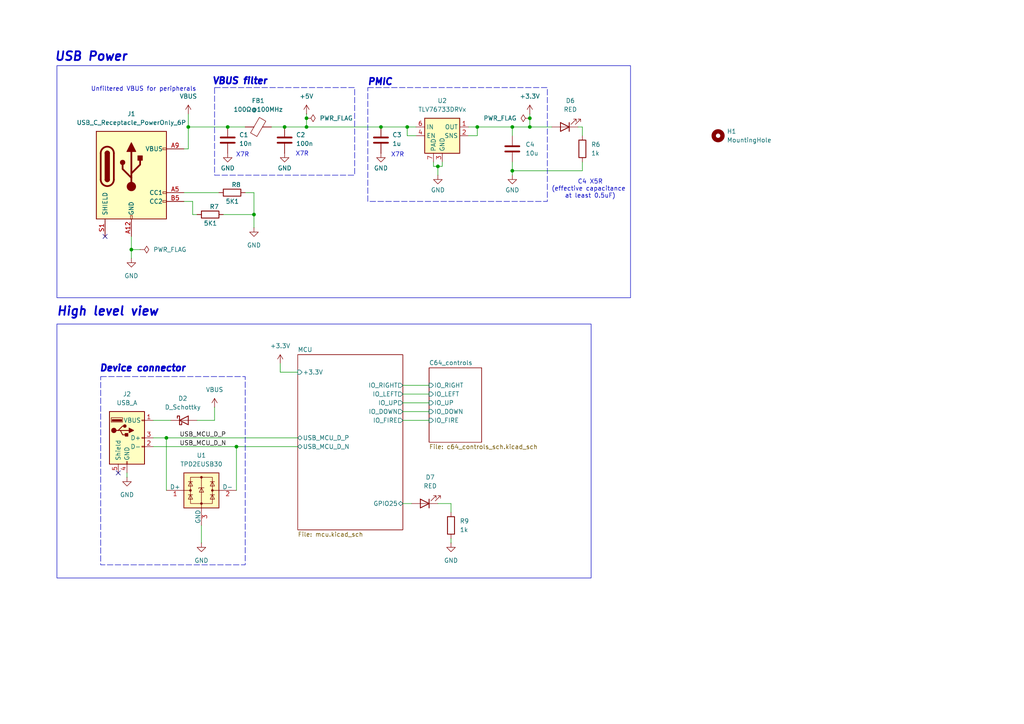
<source format=kicad_sch>
(kicad_sch (version 20231120) (generator "eeschema") (generator_version "8.0")
  (paper "A4")
  (title_block (title "USB-64"))
  (lib_symbols
    (symbol "Connector:USB_A" (pin_names (offset 1.016))
      (property "Reference" "J" (at -5.08 11.43 0))
      (property "Value" "USB_A" (at -5.08 8.89 0))
      (symbol "USB_A_0_1"
        (rectangle (start -5.08 -7.62) (end 5.08 7.62) (stroke (width 0.254)) (fill (type background)))
        (circle (center -3.81 2.159) (radius 0.635) (stroke (width 0.254)) (fill (type outline)))
        (rectangle (start -1.524 4.826) (end -4.318 5.334) (fill (type outline)))
        (rectangle (start -1.27 4.572) (end -4.572 5.842))
        (circle (center -0.635 3.429) (radius 0.381) (stroke (width 0.254)) (fill (type outline)))
        (rectangle (start -0.127 -7.62) (end 0.127 -6.858))
        (polyline (pts (xy -3.175 2.159) (xy -2.54 2.159) (xy -1.27 3.429) (xy -0.635 3.429)) (stroke (width 0.254)))
        (polyline (pts (xy -2.54 2.159) (xy -1.905 2.159) (xy -1.27 0.889) (xy 0 0.889)) (stroke (width 0.254)))
        (polyline (pts (xy 0.635 2.794) (xy 0.635 1.524) (xy 1.905 2.159) (xy 0.635 2.794)) (stroke (width 0.254)) (fill (type outline)))
        (rectangle (start 0.254 1.27) (end -0.508 0.508) (stroke (width 0.254)) (fill (type outline)))
        (rectangle (start 5.08 -2.667) (end 4.318 -2.413))
        (rectangle (start 5.08 -0.127) (end 4.318 0.127))
        (rectangle (start 5.08 4.953) (end 4.318 5.207))
      )
      (symbol "USB_A_1_1"
        (polyline (pts (xy -1.905 2.159) (xy 0.635 2.159)) (stroke (width 0.254)))
        (pin power_in line (at 7.62 5.08 180) (length 2.54) (name "VBUS") (number "1"))
        (pin bidirectional line (at 7.62 -2.54 180) (length 2.54) (name "D-") (number "2"))
        (pin bidirectional line (at 7.62 0 180) (length 2.54) (name "D+") (number "3"))
        (pin power_in line (at 0 -10.16 90) (length 2.54) (name "GND") (number "4"))
        (pin passive line (at -2.54 -10.16 90) (length 2.54) (name "Shield") (number "5"))
      )
    )
    (symbol "Connector:USB_C_Receptacle_PowerOnly_6P" (pin_names (offset 1.016))
      (property "Reference" "J" (at 0 16.51 0))
      (property "Value" "USB_C_Receptacle_PowerOnly_6P" (at 0 13.97 0))
      (symbol "USB_C_Receptacle_PowerOnly_6P_0_0"
        (rectangle (start -0.254 -12.7) (end 0.254 -11.684))
        (rectangle (start 10.16 -7.366) (end 9.144 -7.874))
        (rectangle (start 10.16 -4.826) (end 9.144 -5.334))
        (rectangle (start 10.16 7.874) (end 9.144 7.366))
      )
      (symbol "USB_C_Receptacle_PowerOnly_6P_0_1"
        (rectangle (start -10.16 12.7) (end 10.16 -12.7) (stroke (width 0.254)) (fill (type background)))
        (arc (start -8.89 -1.27) (mid -6.985 -3.1667) (end -5.08 -1.27) (stroke (width 0.508)))
        (arc (start -7.62 -1.27) (mid -6.985 -1.9023) (end -6.35 -1.27) (stroke (width 0.254)))
        (arc (start -7.62 -1.27) (mid -6.985 -1.9023) (end -6.35 -1.27) (stroke (width 0.254)) (fill (type outline)))
        (rectangle (start -7.62 -1.27) (end -6.35 6.35) (stroke (width 0.254)) (fill (type outline)))
        (arc (start -6.35 6.35) (mid -6.985 6.9823) (end -7.62 6.35) (stroke (width 0.254)))
        (arc (start -6.35 6.35) (mid -6.985 6.9823) (end -7.62 6.35) (stroke (width 0.254)) (fill (type outline)))
        (arc (start -5.08 6.35) (mid -6.985 8.2467) (end -8.89 6.35) (stroke (width 0.508)))
        (circle (center -2.54 3.683) (radius 0.635) (stroke (width 0.254)) (fill (type outline)))
        (circle (center 0 -3.302) (radius 1.27) (fill (type outline)))
        (polyline (pts (xy -8.89 -1.27) (xy -8.89 6.35)) (stroke (width 0.508)))
        (polyline (pts (xy -5.08 6.35) (xy -5.08 -1.27)) (stroke (width 0.508)))
        (polyline (pts (xy 0 -3.302) (xy 0 6.858)) (stroke (width 0.508)))
        (polyline (pts (xy 0 -0.762) (xy -2.54 1.778) (xy -2.54 3.048)) (stroke (width 0.508)))
        (polyline (pts (xy 0 0.508) (xy 2.54 3.048) (xy 2.54 4.318)) (stroke (width 0.508)))
        (polyline (pts (xy -1.27 6.858) (xy 0 9.398) (xy 1.27 6.858) (xy -1.27 6.858)) (stroke (width 0.254)) (fill (type outline)))
        (rectangle (start 1.905 4.318) (end 3.175 5.588) (stroke (width 0.254)) (fill (type outline)))
      )
      (symbol "USB_C_Receptacle_PowerOnly_6P_1_1"
        (pin passive line (at 0 -17.78 90) (length 5.08) (name "GND") (number "A12"))
        (pin bidirectional line (at 15.24 -5.08 180) (length 5.08) (name "CC1") (number "A5"))
        (pin passive line (at 15.24 7.62 180) (length 5.08) (name "VBUS") (number "A9"))
        (pin passive line (at 0 -17.78 90) (length 5.08) hide (name "GND") (number "B12"))
        (pin bidirectional line (at 15.24 -7.62 180) (length 5.08) (name "CC2") (number "B5"))
        (pin passive line (at 15.24 7.62 180) (length 5.08) hide (name "VBUS") (number "B9"))
        (pin passive line (at -7.62 -17.78 90) (length 5.08) (name "SHIELD") (number "S1"))
      )
    )
    (symbol "Device:C" (pin_numbers hide) (pin_names (offset 0.254))
      (property "Reference" "C" (at 0.635 2.54 0))
      (property "Value" "C" (at 0.635 -2.54 0))
      (symbol "C_0_1"
        (polyline (pts (xy -2.032 -0.762) (xy 2.032 -0.762)) (stroke (width 0.508)))
        (polyline (pts (xy -2.032 0.762) (xy 2.032 0.762)) (stroke (width 0.508)))
      )
      (symbol "C_1_1"
        (pin passive line (at 0 3.81 270) (length 2.794) (name "~") (number "1"))
        (pin passive line (at 0 -3.81 90) (length 2.794) (name "~") (number "2"))
      )
    )
    (symbol "Device:D_Schottky" (pin_numbers hide) (pin_names (offset 1.016) hide)
      (property "Reference" "D" (at 0 2.54 0))
      (property "Value" "D_Schottky" (at 0 -2.54 0))
      (symbol "D_Schottky_0_1"
        (polyline (pts (xy 1.27 0) (xy -1.27 0)))
        (polyline (pts (xy 1.27 1.27) (xy 1.27 -1.27) (xy -1.27 0) (xy 1.27 1.27)) (stroke (width 0.254)))
        (polyline (pts (xy -1.905 0.635) (xy -1.905 1.27) (xy -1.27 1.27) (xy -1.27 -1.27) (xy -0.635 -1.27) (xy -0.635 -0.635)) (stroke (width 0.254)))
      )
      (symbol "D_Schottky_1_1"
        (pin passive line (at -3.81 0 0) (length 2.54) (name "K") (number "1"))
        (pin passive line (at 3.81 0 180) (length 2.54) (name "A") (number "2"))
      )
    )
    (symbol "Device:FerriteBead" (pin_numbers hide) (pin_names (offset 0))
      (property "Reference" "FB" (at -3.81 0.635 90))
      (property "Value" "FerriteBead" (at 3.81 0 90))
      (symbol "FerriteBead_0_1"
        (polyline (pts (xy 0 -1.27) (xy 0 -1.2192)))
        (polyline (pts (xy 0 1.27) (xy 0 1.2954)))
        (polyline (pts (xy -2.7686 0.4064) (xy -1.7018 2.2606) (xy 2.7686 -0.3048) (xy 1.6764 -2.159) (xy -2.7686 0.4064)))
      )
      (symbol "FerriteBead_1_1"
        (pin passive line (at 0 3.81 270) (length 2.54) (name "~") (number "1"))
        (pin passive line (at 0 -3.81 90) (length 2.54) (name "~") (number "2"))
      )
    )
    (symbol "Device:LED" (pin_numbers hide) (pin_names (offset 1.016) hide)
      (property "Reference" "D" (at 0 2.54 0))
      (property "Value" "LED" (at 0 -2.54 0))
      (symbol "LED_0_1"
        (polyline (pts (xy -1.27 -1.27) (xy -1.27 1.27)) (stroke (width 0.254)))
        (polyline (pts (xy -1.27 0) (xy 1.27 0)))
        (polyline (pts (xy 1.27 -1.27) (xy 1.27 1.27) (xy -1.27 0) (xy 1.27 -1.27)) (stroke (width 0.254)))
        (polyline (pts (xy -3.048 -0.762) (xy -4.572 -2.286) (xy -3.81 -2.286) (xy -4.572 -2.286) (xy -4.572 -1.524)))
        (polyline (pts (xy -1.778 -0.762) (xy -3.302 -2.286) (xy -2.54 -2.286) (xy -3.302 -2.286) (xy -3.302 -1.524)))
      )
      (symbol "LED_1_1"
        (pin passive line (at -3.81 0 0) (length 2.54) (name "K") (number "1"))
        (pin passive line (at 3.81 0 180) (length 2.54) (name "A") (number "2"))
      )
    )
    (symbol "Device:R" (pin_numbers hide) (pin_names (offset 0))
      (property "Reference" "R" (at 2.032 0 90))
      (property "Value" "R" (at 0 0 90))
      (symbol "R_0_1"
        (rectangle (start -1.016 -2.54) (end 1.016 2.54) (stroke (width 0.254)))
      )
      (symbol "R_1_1"
        (pin passive line (at 0 3.81 270) (length 1.27) (name "~") (number "1"))
        (pin passive line (at 0 -3.81 90) (length 1.27) (name "~") (number "2"))
      )
    )
    (symbol "Mechanical:MountingHole" (pin_names (offset 1.016)) (exclude_from_sim yes) (in_bom no)
      (property "Reference" "H" (at 0 5.08 0))
      (property "Value" "MountingHole" (at 0 3.175 0))
      (symbol "MountingHole_0_1"
        (circle (center 0 0) (radius 1.27) (stroke (width 1.27)))
      )
    )
    (symbol "Power_Protection:TPD2EUSB30" (pin_names (offset 0))
      (property "Reference" "U" (at 0 6.35 0))
      (property "Value" "TPD2EUSB30" (at 7.62 -7.62 0))
      (symbol "TPD2EUSB30_0_1"
        (rectangle (start -5.08 5.08) (end 5.08 -5.08) (stroke (width 0.254)) (fill (type background)))
        (circle (center -3.175 0) (radius 0.2794) (fill (type outline)))
        (rectangle (start -3.175 3.81) (end 3.175 -3.81))
        (circle (center 0 -3.81) (radius 0.2794) (fill (type outline)))
        (polyline (pts (xy -5.08 0) (xy -3.175 0)))
        (polyline (pts (xy -3.81 -1.27) (xy -2.54 -1.27)))
        (polyline (pts (xy -3.81 2.54) (xy -2.54 2.54)))
        (polyline (pts (xy 0 3.81) (xy 0 -5.08)))
        (polyline (pts (xy 2.54 -1.27) (xy 3.81 -1.27)))
        (polyline (pts (xy 2.54 2.54) (xy 3.81 2.54)))
        (polyline (pts (xy 5.08 0) (xy 3.175 0)))
        (polyline (pts (xy 0.762 0.762) (xy -0.762 0.762) (xy -0.762 0.508)))
        (polyline (pts (xy -2.54 -2.54) (xy -3.81 -2.54) (xy -3.175 -1.27) (xy -2.54 -2.54)))
        (polyline (pts (xy -2.54 1.27) (xy -3.81 1.27) (xy -3.175 2.54) (xy -2.54 1.27)))
        (polyline (pts (xy 0.635 -0.508) (xy -0.635 -0.508) (xy 0 0.762) (xy 0.635 -0.508)))
        (polyline (pts (xy 3.81 -2.54) (xy 2.54 -2.54) (xy 3.175 -1.27) (xy 3.81 -2.54)))
        (polyline (pts (xy 3.81 1.27) (xy 2.54 1.27) (xy 3.175 2.54) (xy 3.81 1.27)))
        (circle (center 0 3.81) (radius 0.2794) (fill (type outline)))
        (circle (center 3.175 0) (radius 0.2794) (fill (type outline)))
      )
      (symbol "TPD2EUSB30_1_1"
        (pin passive line (at -10.16 0 0) (length 5.08) (name "D+") (number "1"))
        (pin passive line (at 10.16 0 180) (length 5.08) (name "D-") (number "2"))
        (pin passive line (at 0 -10.16 90) (length 5.08) (name "GND") (number "3"))
      )
    )
    (symbol "Regulator_Linear:TLV76733DRVx"
      (property "Reference" "U" (at 0 8.89 0))
      (property "Value" "TLV76733DRVx" (at 0 6.35 0))
      (symbol "TLV76733DRVx_0_1"
        (rectangle (start -5.08 -5.08) (end 5.08 5.08) (stroke (width 0.254)) (fill (type background)))
      )
      (symbol "TLV76733DRVx_1_1"
        (pin power_out line (at 7.62 2.54 180) (length 2.54) (name "OUT") (number "1"))
        (pin input line (at 7.62 0 180) (length 2.54) (name "SNS") (number "2"))
        (pin power_in line (at 0 -7.62 90) (length 2.54) (name "GND") (number "3"))
        (pin input line (at -7.62 0 0) (length 2.54) (name "EN") (number "4"))
        (pin passive line (at 0 -7.62 90) (length 2.54) hide (name "GND") (number "5"))
        (pin power_in line (at -7.62 2.54 0) (length 2.54) (name "IN") (number "6"))
        (pin passive line (at -2.54 -7.62 90) (length 2.54) (name "PAD") (number "7"))
      )
    )
    (symbol "power:+3V3" (power) (pin_numbers hide) (pin_names (offset 0) hide)
      (property "Value" "+3V3" (at 0 3.556 0))
      (symbol "+3V3_0_1"
        (polyline (pts (xy -0.762 1.27) (xy 0 2.54)))
        (polyline (pts (xy 0 0) (xy 0 2.54)))
        (polyline (pts (xy 0 2.54) (xy 0.762 1.27)))
      )
      (symbol "+3V3_1_1"
        (pin power_in line (at 0 0 90) (length 0) (name "~") (number "1"))
      )
    )
    (symbol "power:+5V" (power) (pin_numbers hide) (pin_names (offset 0) hide)
      (property "Value" "+5V" (at 0 3.556 0))
      (symbol "+5V_0_1"
        (polyline (pts (xy -0.762 1.27) (xy 0 2.54)))
        (polyline (pts (xy 0 0) (xy 0 2.54)))
        (polyline (pts (xy 0 2.54) (xy 0.762 1.27)))
      )
      (symbol "+5V_1_1"
        (pin power_in line (at 0 0 90) (length 0) (name "~") (number "1"))
      )
    )
    (symbol "power:GND" (power) (pin_numbers hide) (pin_names (offset 0) hide)
      (property "Value" "GND" (at 0 -3.81 0))
      (symbol "GND_0_1"
        (polyline (pts (xy 0 0) (xy 0 -1.27) (xy 1.27 -1.27) (xy 0 -2.54) (xy -1.27 -1.27) (xy 0 -1.27)))
      )
      (symbol "GND_1_1"
        (pin power_in line (at 0 0 270) (length 0) (name "~") (number "1"))
      )
    )
    (symbol "power:PWR_FLAG" (power) (pin_numbers hide) (pin_names (offset 0) hide)
      (property "Value" "PWR_FLAG" (at 0 3.81 0))
      (symbol "PWR_FLAG_0_0"
        (pin power_out line (at 0 0 90) (length 0) (name "~") (number "1"))
      )
      (symbol "PWR_FLAG_0_1"
        (polyline (pts (xy 0 0) (xy 0 1.27) (xy -1.016 1.905) (xy 0 2.54) (xy 1.016 1.905) (xy 0 1.27)))
      )
    )
    (symbol "power:VBUS" (power) (pin_numbers hide) (pin_names (offset 0) hide)
      (property "Value" "VBUS" (at 0 3.556 0))
      (symbol "VBUS_0_1"
        (polyline (pts (xy -0.762 1.27) (xy 0 2.54)))
        (polyline (pts (xy 0 0) (xy 0 2.54)))
        (polyline (pts (xy 0 2.54) (xy 0.762 1.27)))
      )
      (symbol "VBUS_1_1"
        (pin power_in line (at 0 0 90) (length 0) (name "~") (number "1"))
      )
    )
  )
  (junction (at 153.67 34.29))
  (junction (at 48.26 127))
  (junction (at 148.59 36.83))
  (junction (at 153.67 36.83))
  (junction (at 66.04 36.83))
  (junction (at 73.66 62.23))
  (junction (at 68.58 129.54))
  (junction (at 82.55 36.83))
  (junction (at 88.9 36.83))
  (junction (at 38.1 72.39))
  (junction (at 118.11 36.83))
  (junction (at 110.49 36.83))
  (junction (at 148.59 49.53))
  (junction (at 54.61 36.83))
  (junction (at 88.9 34.29))
  (junction (at 138.43 36.83))
  (junction (at 127 48.26))
  (no_connect (at 30.48 68.58))
  (no_connect (at 34.29 137.16))
  (wire (pts (xy 88.9 36.83) (xy 110.49 36.83)))
  (wire (pts (xy 55.88 58.42) (xy 53.34 58.42)))
  (wire (pts (xy 127 146.05) (xy 130.81 146.05)))
  (wire (pts (xy 44.45 129.54) (xy 68.58 129.54)))
  (wire (pts (xy 64.77 62.23) (xy 73.66 62.23)))
  (wire (pts (xy 138.43 36.83) (xy 148.59 36.83)))
  (wire (pts (xy 36.83 137.16) (xy 36.83 138.43)))
  (wire (pts (xy 73.66 66.04) (xy 73.66 62.23)))
  (wire (pts (xy 68.58 129.54) (xy 68.58 142.24)))
  (wire (pts (xy 38.1 72.39) (xy 38.1 74.93)))
  (wire (pts (xy 81.28 107.95) (xy 86.36 107.95)))
  (wire (pts (xy 116.84 116.84) (xy 124.46 116.84)))
  (wire (pts (xy 153.67 33.02) (xy 153.67 34.29)))
  (wire (pts (xy 66.04 36.83) (xy 71.12 36.83)))
  (wire (pts (xy 135.89 36.83) (xy 138.43 36.83)))
  (wire (pts (xy 116.84 119.38) (xy 124.46 119.38)))
  (wire (pts (xy 73.66 55.88) (xy 71.12 55.88)))
  (wire (pts (xy 118.11 36.83) (xy 118.11 39.37)))
  (wire (pts (xy 53.34 43.18) (xy 54.61 43.18)))
  (wire (pts (xy 116.84 111.76) (xy 124.46 111.76)))
  (wire (pts (xy 118.11 39.37) (xy 120.65 39.37)))
  (wire (pts (xy 110.49 36.83) (xy 118.11 36.83)))
  (wire (pts (xy 44.45 127) (xy 48.26 127)))
  (wire (pts (xy 116.84 121.92) (xy 124.46 121.92)))
  (wire (pts (xy 62.23 118.11) (xy 62.23 121.92)))
  (wire (pts (xy 88.9 33.02) (xy 88.9 34.29)))
  (wire (pts (xy 168.91 36.83) (xy 168.91 39.37)))
  (wire (pts (xy 153.67 34.29) (xy 153.67 36.83)))
  (wire (pts (xy 48.26 127) (xy 48.26 142.24)))
  (wire (pts (xy 38.1 72.39) (xy 40.64 72.39)))
  (wire (pts (xy 54.61 36.83) (xy 66.04 36.83)))
  (wire (pts (xy 130.81 146.05) (xy 130.81 148.59)))
  (wire (pts (xy 127 48.26) (xy 127 50.8)))
  (wire (pts (xy 125.73 48.26) (xy 127 48.26)))
  (wire (pts (xy 55.88 62.23) (xy 57.15 62.23)))
  (wire (pts (xy 78.74 36.83) (xy 82.55 36.83)))
  (wire (pts (xy 48.26 127) (xy 86.36 127)))
  (wire (pts (xy 53.34 55.88) (xy 63.5 55.88)))
  (wire (pts (xy 128.27 48.26) (xy 127 48.26)))
  (wire (pts (xy 116.84 114.3) (xy 124.46 114.3)))
  (wire (pts (xy 38.1 68.58) (xy 38.1 72.39)))
  (wire (pts (xy 148.59 46.99) (xy 148.59 49.53)))
  (wire (pts (xy 55.88 58.42) (xy 55.88 62.23)))
  (wire (pts (xy 58.42 152.4) (xy 58.42 157.48)))
  (wire (pts (xy 62.23 121.92) (xy 57.15 121.92)))
  (wire (pts (xy 49.53 121.92) (xy 44.45 121.92)))
  (wire (pts (xy 81.28 105.41) (xy 81.28 107.95)))
  (wire (pts (xy 128.27 46.99) (xy 128.27 48.26)))
  (wire (pts (xy 168.91 46.99) (xy 168.91 49.53)))
  (wire (pts (xy 88.9 34.29) (xy 88.9 36.83)))
  (wire (pts (xy 138.43 39.37) (xy 138.43 36.83)))
  (wire (pts (xy 130.81 157.48) (xy 130.81 156.21)))
  (wire (pts (xy 168.91 49.53) (xy 148.59 49.53)))
  (wire (pts (xy 125.73 46.99) (xy 125.73 48.26)))
  (wire (pts (xy 54.61 43.18) (xy 54.61 36.83)))
  (wire (pts (xy 54.61 33.02) (xy 54.61 36.83)))
  (wire (pts (xy 148.59 36.83) (xy 153.67 36.83)))
  (wire (pts (xy 82.55 36.83) (xy 88.9 36.83)))
  (wire (pts (xy 116.84 146.05) (xy 119.38 146.05)))
  (wire (pts (xy 148.59 39.37) (xy 148.59 36.83)))
  (wire (pts (xy 148.59 49.53) (xy 148.59 50.8)))
  (wire (pts (xy 68.58 129.54) (xy 86.36 129.54)))
  (wire (pts (xy 118.11 36.83) (xy 120.65 36.83)))
  (wire (pts (xy 135.89 39.37) (xy 138.43 39.37)))
  (wire (pts (xy 73.66 62.23) (xy 73.66 55.88)))
  (wire (pts (xy 153.67 36.83) (xy 160.02 36.83)))
  (wire (pts (xy 168.91 36.83) (xy 167.64 36.83)))
  (rectangle (start 16.51 19.05) (end 182.88 86.36))
  (rectangle (start 62.23 25.4) (end 102.87 50.8) (stroke (width 0) (type dash)))
  (rectangle (start 29.21 109.22) (end 71.12 163.83) (stroke (width 0) (type dash)))
  (rectangle (start 16.51 93.98) (end 171.45 167.64))
  (rectangle (start 106.68 25.4) (end 158.75 58.42) (stroke (width 0) (type dash)))
  (text "PMIC" (at 110.236 23.876 0) (effects (font (size 1.905 1.905) (thickness 0.508) (bold yes) (italic yes))))
  (text "X7R" (at 70.358 44.958 0) (effects (font (size 1.27 1.27))))
  (text "USB Power" (at 26.416 16.51 0) (effects (font (size 2.54 2.54) (thickness 0.508) (bold yes) (italic yes))))
  (text "X7R\n" (at 87.63 44.704 0) (effects (font (size 1.27 1.27))))
  (text "X7R" (at 115.316 44.958 0) (effects (font (size 1.27 1.27))))
  (text "High level view" (at 31.242 90.424 0) (effects (font (size 2.54 2.54) (thickness 0.508) (bold yes) (italic yes))))
  (text "Unfiltered VBUS for peripherals" (at 41.656 25.908 0) (effects (font (size 1.27 1.27))))
  (text "C4 X5R\n(effective capacitance \nat least 0.5uF)" (at 171.196 54.864 0) (effects (font (size 1.27 1.27))))
  (text "Device connector" (at 41.402 106.934 0) (effects (font (size 1.905 1.905) (thickness 0.508) (bold yes) (italic yes))))
  (text "VBUS filter" (at 69.596 23.622 0) (effects (font (size 1.905 1.905) (thickness 0.508) (bold yes) (italic yes))))
  (label "USB_MCU_D_N" (at 52.07 129.54 0))
  (label "USB_MCU_D_P" (at 52.07 127 0))
  (symbol (lib_id "power:GND") (at 110.49 44.45 0) (unit 1)
    (property "Reference" "#PWR020" (effects (hide yes)))
    (property "Value" "GND" (at 110.49 48.768 0))
    (property "Description" "Power symbol creates a global label with name \"GND\" , ground" (effects (hide yes)))
  )
  (symbol (lib_id "Device:D_Schottky") (at 53.34 121.92 0) (unit 1)
    (property "Reference" "D2" (at 53.0225 115.57 0))
    (property "Value" "D_Schottky" (at 53.0225 118.11 0))
    (property "Footprint" "Diode_SMD:D_SOD-323" (effects (hide yes)))
    (property "Description" "Schottky diode" (effects (hide yes)))
    (property "LCSC Part #" "C191023" (effects (hide yes)))
  )
  (symbol (lib_id "Device:C") (at 66.04 40.64 0) (unit 1)
    (property "Reference" "C1" (at 69.342 39.116 0) (effects (justify left)))
    (property "Value" "10n" (at 69.342 41.656 0) (effects (justify left)))
    (property "Footprint" "Capacitor_SMD:C_0402_1005Metric" (effects (hide yes)))
    (property "Description" "Unpolarized capacitor" (effects (hide yes)))
    (property "LCSC Part #" "C15195" (effects (hide yes)))
  )
  (symbol (lib_id "Regulator_Linear:TLV76733DRVx") (at 128.27 39.37 0) (unit 1)
    (property "Reference" "U2" (at 128.27 29.21 0))
    (property "Value" "TLV76733DRVx" (at 128.27 31.75 0))
    (property "Footprint" "Package_SON:WSON-6-1EP_2x2mm_P0.65mm_EP1x1.6mm_ThermalVias" (effects (hide yes)))
    (property "Datasheet" "www.ti.com/lit/gpn/TLV767" (effects (hide yes)))
    (property "Description" "1A Precision Linear Voltage Regulator, with enable pin, Fixed Output 3.3V, WSON6" (effects (hide yes)))
    (property "LCSC Part #" "C2848334" (effects (hide yes)))
  )
  (symbol (lib_id "power:PWR_FLAG") (at 153.67 34.29 90) (unit 1)
    (property "Reference" "#FLG03" (effects (hide yes)))
    (property "Value" "PWR_FLAG" (at 149.86 34.2899 90) (effects (justify left)))
    (property "Description" "Special symbol for telling ERC where power comes from" (effects (hide yes)))
  )
  (symbol (lib_id "Device:R") (at 60.96 62.23 90) (unit 1)
    (property "Reference" "R7" (at 63.5 59.944 90) (effects (justify left)))
    (property "Value" "5K1" (at 62.992 64.77 90) (effects (justify left)))
    (property "Footprint" "Resistor_SMD:R_0402_1005Metric" (effects (hide yes)))
    (property "Description" "Resistor" (effects (hide yes)))
  )
  (symbol (lib_id "power:GND") (at 36.83 138.43 0) (unit 1)
    (property "Reference" "#PWR02" (effects (hide yes)))
    (property "Value" "GND" (at 36.83 143.51 0))
    (property "Description" "Power symbol creates a global label with name \"GND\" , ground" (effects (hide yes)))
  )
  (symbol (lib_id "power:GND") (at 66.04 44.45 0) (unit 1)
    (property "Reference" "#PWR014" (effects (hide yes)))
    (property "Value" "GND" (at 66.04 48.768 0))
    (property "Description" "Power symbol creates a global label with name \"GND\" , ground" (effects (hide yes)))
  )
  (symbol (lib_id "Mechanical:MountingHole") (at 208.28 39.37 0) (unit 1) (exclude_from_sim yes) (in_bom no)
    (property "Reference" "H1" (at 210.82 38.0999 0) (effects (justify left)))
    (property "Value" "MountingHole" (at 210.82 40.6399 0) (effects (justify left)))
    (property "Footprint" "MountingHole:MountingHole_2.2mm_M2" (effects (hide yes)))
    (property "Description" "Mounting Hole without connection" (effects (hide yes)))
  )
  (symbol (lib_id "Device:C") (at 110.49 40.64 0) (unit 1)
    (property "Reference" "C3" (at 113.792 39.116 0) (effects (justify left)))
    (property "Value" "1u" (at 113.792 41.656 0) (effects (justify left)))
    (property "Footprint" "Capacitor_SMD:C_0603_1608Metric" (effects (hide yes)))
    (property "Description" "Unpolarized capacitor" (effects (hide yes)))
    (property "LCSC Part #" "C15849" (effects (hide yes)))
  )
  (symbol (lib_id "power:GND") (at 38.1 74.93 0) (unit 1)
    (property "Reference" "#PWR017" (effects (hide yes)))
    (property "Value" "GND" (at 38.1 80.01 0))
    (property "Description" "Power symbol creates a global label with name \"GND\" , ground" (effects (hide yes)))
  )
  (symbol (lib_id "power:GND") (at 127 50.8 0) (unit 1)
    (property "Reference" "#PWR01" (effects (hide yes)))
    (property "Value" "GND" (at 127 55.118 0))
    (property "Description" "Power symbol creates a global label with name \"GND\" , ground" (effects (hide yes)))
  )
  (symbol (lib_id "Device:R") (at 67.31 55.88 90) (unit 1)
    (property "Reference" "R8" (at 69.85 53.594 90) (effects (justify left)))
    (property "Value" "5K1" (at 69.342 58.42 90) (effects (justify left)))
    (property "Footprint" "Resistor_SMD:R_0402_1005Metric" (effects (hide yes)))
    (property "Description" "Resistor" (effects (hide yes)))
  )
  (symbol (lib_id "power:VBUS") (at 62.23 118.11 0) (unit 1)
    (property "Reference" "#PWR03" (effects (hide yes)))
    (property "Value" "VBUS" (at 62.23 113.03 0))
    (property "Description" "Power symbol creates a global label with name \"VBUS\"" (effects (hide yes)))
  )
  (symbol (lib_id "Connector:USB_A") (at 36.83 127 0) (unit 1)
    (property "Reference" "J2" (at 36.83 114.3 0))
    (property "Value" "USB_A" (at 36.83 116.84 0))
    (property "Footprint" "Connector_USB:CONN_UJ2-AH-SMT_CUD" (effects (hide yes)))
    (property "Description" "USB Type A connector" (effects (hide yes)))
  )
  (symbol (lib_id "Device:R") (at 130.81 152.4 0) (unit 1)
    (property "Reference" "R9" (at 133.35 151.1299 0) (effects (justify left)))
    (property "Value" "1k" (at 133.35 153.6699 0) (effects (justify left)))
    (property "Footprint" "Resistor_SMD:R_0402_1005Metric" (effects (hide yes)))
    (property "Description" "Resistor" (effects (hide yes)))
    (property "LCSC Part #" "C11702" (effects (hide yes)))
  )
  (symbol (lib_id "power:GND") (at 58.42 157.48 0) (unit 1)
    (property "Reference" "#PWR04" (effects (hide yes)))
    (property "Value" "GND" (at 58.42 162.56 0))
    (property "Description" "Power symbol creates a global label with name \"GND\" , ground" (effects (hide yes)))
  )
  (symbol (lib_id "Device:LED") (at 163.83 36.83 180) (unit 1)
    (property "Reference" "D6" (at 165.4175 29.21 0))
    (property "Value" "RED" (at 165.4175 31.75 0))
    (property "Footprint" "LED_SMD:LED_0603_1608Metric" (effects (hide yes)))
    (property "Description" "Light emitting diode" (effects (hide yes)))
    (property "LCSC Part #" "C2286" (effects (hide yes)))
  )
  (symbol (lib_id "power:GND") (at 73.66 66.04 0) (unit 1)
    (property "Reference" "#PWR07" (effects (hide yes)))
    (property "Value" "GND" (at 73.66 71.12 0))
    (property "Description" "Power symbol creates a global label with name \"GND\" , ground" (effects (hide yes)))
  )
  (symbol (lib_id "power:GND") (at 148.59 50.8 0) (unit 1)
    (property "Reference" "#PWR018" (effects (hide yes)))
    (property "Value" "GND" (at 148.59 55.118 0))
    (property "Description" "Power symbol creates a global label with name \"GND\" , ground" (effects (hide yes)))
  )
  (symbol (lib_id "Device:R") (at 168.91 43.18 0) (unit 1)
    (property "Reference" "R6" (at 171.45 41.9099 0) (effects (justify left)))
    (property "Value" "1k" (at 171.45 44.4499 0) (effects (justify left)))
    (property "Footprint" "Resistor_SMD:R_0402_1005Metric" (effects (hide yes)))
    (property "Description" "Resistor" (effects (hide yes)))
    (property "LCSC Part #" "C11702" (effects (hide yes)))
  )
  (symbol (lib_id "Device:C") (at 148.59 43.18 0) (unit 1)
    (property "Reference" "C4" (at 152.4 41.9099 0) (effects (justify left)))
    (property "Value" "10u" (at 152.4 44.4499 0) (effects (justify left)))
    (property "Footprint" "Capacitor_SMD:C_0805_2012Metric" (effects (hide yes)))
    (property "Description" "Unpolarized capacitor" (effects (hide yes)))
    (property "LCSC Part #" "C440198" (effects (hide yes)))
  )
  (symbol (lib_id "Connector:USB_C_Receptacle_PowerOnly_6P") (at 38.1 50.8 0) (unit 1)
    (property "Reference" "J1" (at 38.1 33.02 0))
    (property "Value" "USB_C_Receptacle_PowerOnly_6P" (at 38.1 35.56 0))
    (property "Footprint" "Connector_USB:USB_C_Receptacle_GCT_USB4125-xx-x_6P_TopMnt_Horizontal" (effects (hide yes)))
    (property "Datasheet" "https://www.usb.org/sites/default/files/documents/usb_type-c.zip" (effects (hide yes)))
    (property "Description" "USB Power-Only 6P Type-C Receptacle connector" (effects (hide yes)))
    (property "LCSC Part #" "C456012" (effects (hide yes)))
  )
  (symbol (lib_id "power:GND") (at 82.55 44.45 0) (unit 1)
    (property "Reference" "#PWR033" (effects (hide yes)))
    (property "Value" "GND" (at 82.55 48.768 0))
    (property "Description" "Power symbol creates a global label with name \"GND\" , ground" (effects (hide yes)))
  )
  (symbol (lib_id "Power_Protection:TPD2EUSB30") (at 58.42 142.24 0) (unit 1)
    (property "Reference" "U1" (at 58.42 132.08 0))
    (property "Value" "TPD2EUSB30" (at 58.42 134.62 0))
    (property "Footprint" "Package_TO_SOT_SMD:Texas_DRT-3" (effects (hide yes)))
    (property "Datasheet" "http://www.ti.com/lit/ds/symlink/tpd2eusb30a.pdf" (effects (hide yes)))
    (property "Description" "2-Channel ESD Protection for Super-Speed USB 3.0 Interface, DRT-3" (effects (hide yes)))
    (property "LCSC Part #" "C97502" (effects (hide yes)))
  )
  (symbol (lib_id "Device:FerriteBead") (at 74.93 36.83 90) (unit 1)
    (property "Reference" "FB1" (at 74.8792 29.21 90))
    (property "Value" "100Ω@100MHz" (at 74.8792 31.75 90))
    (property "Footprint" "Inductor_SMD:L_0805_2012Metric" (effects (hide yes)))
    (property "Description" "Ferrite bead" (effects (hide yes)))
    (property "LCSC Part #" "C1015" (effects (hide yes)))
  )
  (symbol (lib_id "power:+3V3") (at 81.28 105.41 0) (unit 1)
    (property "Reference" "#PWR05" (effects (hide yes)))
    (property "Value" "+3.3V" (at 81.28 100.33 0))
    (property "Description" "Power symbol creates a global label with name \"+3V3\"" (effects (hide yes)))
  )
  (symbol (lib_id "Device:C") (at 82.55 40.64 0) (unit 1)
    (property "Reference" "C2" (at 85.852 39.116 0) (effects (justify left)))
    (property "Value" "100n" (at 85.852 41.656 0) (effects (justify left)))
    (property "Footprint" "Capacitor_SMD:C_0603_1608Metric" (effects (hide yes)))
    (property "Description" "Unpolarized capacitor" (effects (hide yes)))
    (property "LCSC Part #" "C14663" (effects (hide yes)))
  )
  (symbol (lib_id "power:PWR_FLAG") (at 40.64 72.39 270) (unit 1)
    (property "Reference" "#FLG02" (effects (hide yes)))
    (property "Value" "PWR_FLAG" (at 44.45 72.3899 90) (effects (justify left)))
    (property "Description" "Special symbol for telling ERC where power comes from" (effects (hide yes)))
  )
  (symbol (lib_id "power:GND") (at 130.81 157.48 0) (unit 1)
    (property "Reference" "#PWR011" (effects (hide yes)))
    (property "Value" "GND" (at 130.81 162.56 0))
    (property "Description" "Power symbol creates a global label with name \"GND\" , ground" (effects (hide yes)))
  )
  (symbol (lib_id "power:VBUS") (at 54.61 33.02 0) (unit 1)
    (property "Reference" "#PWR029" (effects (hide yes)))
    (property "Value" "VBUS" (at 54.61 27.94 0))
    (property "Description" "Power symbol creates a global label with name \"VBUS\"" (effects (hide yes)))
  )
  (symbol (lib_id "power:+5V") (at 88.9 33.02 0) (unit 1)
    (property "Reference" "#PWR019" (effects (hide yes)))
    (property "Value" "+5V" (at 88.9 27.94 0))
    (property "Description" "Power symbol creates a global label with name \"+5V\"" (effects (hide yes)))
  )
  (symbol (lib_id "power:PWR_FLAG") (at 88.9 34.29 270) (unit 1)
    (property "Reference" "#FLG01" (effects (hide yes)))
    (property "Value" "PWR_FLAG" (at 92.71 34.2899 90) (effects (justify left)))
    (property "Description" "Special symbol for telling ERC where power comes from" (effects (hide yes)))
  )
  (symbol (lib_id "Device:LED") (at 123.19 146.05 180) (unit 1)
    (property "Reference" "D7" (at 124.7775 138.43 0))
    (property "Value" "RED" (at 124.7775 140.97 0))
    (property "Footprint" "LED_SMD:LED_0603_1608Metric" (effects (hide yes)))
    (property "Description" "Light emitting diode" (effects (hide yes)))
    (property "LCSC Part #" "C2286" (effects (hide yes)))
  )
  (symbol (lib_id "power:+3V3") (at 153.67 33.02 0) (unit 1)
    (property "Reference" "#PWR068" (effects (hide yes)))
    (property "Value" "+3.3V" (at 153.67 27.94 0))
    (property "Description" "Power symbol creates a global label with name \"+3V3\"" (effects (hide yes)))
  )
  (sheet (at 86.36 102.87) (size 30.48 50.8) (stroke (width 0.1524))
    (property "Sheetname" "MCU" (at 86.36 102.1584 0) (effects (justify left bottom)))
    (property "Sheetfile" "mcu.kicad_sch" (at 86.36 154.2546 0) (effects (justify left top)))
    (pin "IO_FIRE" output (at 116.84 121.92 0))
    (pin "IO_RIGHT" output (at 116.84 111.76 0))
    (pin "IO_LEFT" output (at 116.84 114.3 0))
    (pin "IO_UP" output (at 116.84 116.84 0))
    (pin "IO_DOWN" output (at 116.84 119.38 0))
    (pin "+3.3V" input (at 86.36 107.95 180))
    (pin "USB_MCU_D_N" bidirectional (at 86.36 129.54 180))
    (pin "USB_MCU_D_P" bidirectional (at 86.36 127 180))
    (pin "GPIO25" bidirectional (at 116.84 146.05 0))
  )
  (sheet (at 124.46 106.68) (size 15.24 21.59) (stroke (width 0.1524))
    (property "Sheetname" "C64_controls" (at 124.46 105.9684 0) (effects (justify left bottom)))
    (property "Sheetfile" "c64_controls_sch.kicad_sch" (at 124.46 128.8546 0) (effects (justify left top)))
    (pin "IO_RIGHT" input (at 124.46 111.76 180))
    (pin "IO_UP" input (at 124.46 116.84 180))
    (pin "IO_FIRE" input (at 124.46 121.92 180))
    (pin "IO_DOWN" input (at 124.46 119.38 180))
    (pin "IO_LEFT" input (at 124.46 114.3 180))
  )
)
</source>
